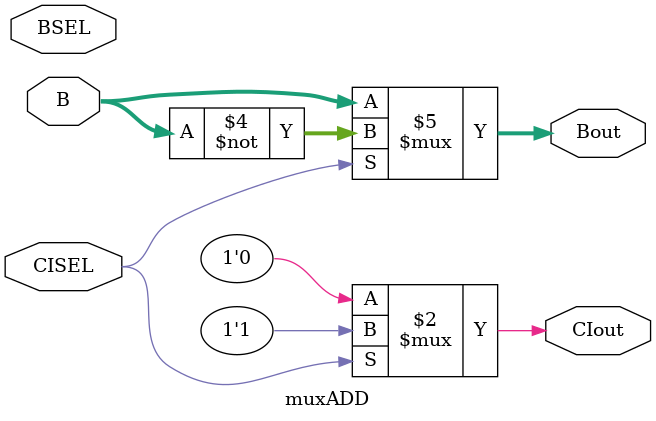
<source format=v>
module muxADD(CISEL, CIout, BSEL, Bout, B);
  
  // inputs
  input  CISEL;
  input  BSEL;
  input  [7:0] B;
  
  // outputs
  output CIout;
  output [7:0] Bout;

  // MUX LOGIC:
  //   if   CISEL == 0 => CIout = 0
  //   else            => CIout = 1
  assign CIout = (CISEL == 1'b0) ? 1'b0 : 1'b1;
  
  // 	 if   BSEL  == 1 => Bout = ~B
  //   else				  => Bout = B
  assign Bout = (CISEL == 1'b1) ? ~B : B;
  
endmodule
</source>
